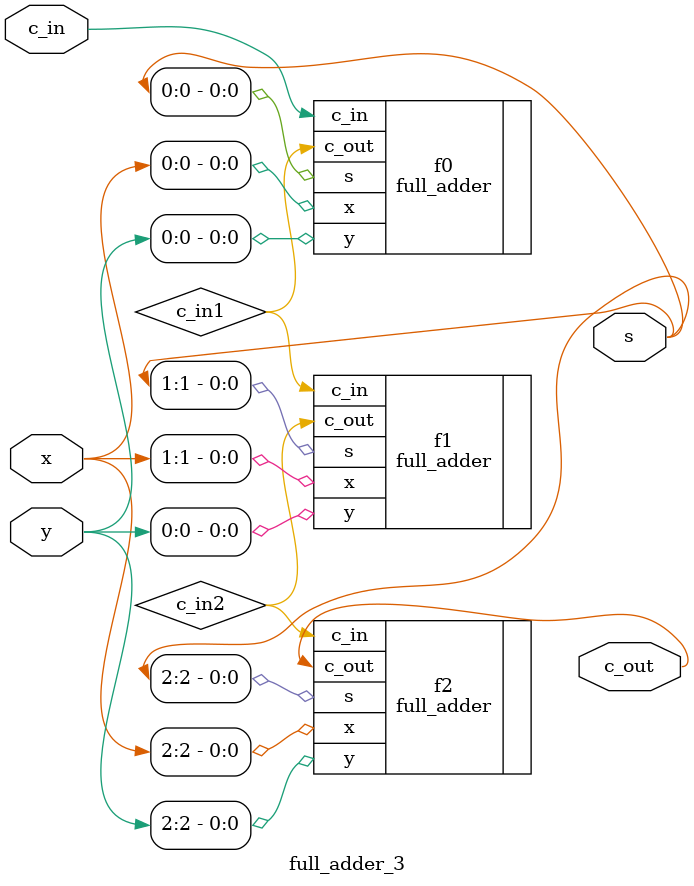
<source format=v>
module full_adder_3(x, y, c_in, s, c_out);
	input[2:0] x, y;
	input c_in;
	output[2:0] s;
	output c_out;

	wire c_in1;
	wire c_in2;

	// sfrutto il full adder già creato
	full_adder f0 (
		.x(x[0]), .y(y[0]), .c_in(c_in),
		.s(s[0]), .c_out(c_in1)
	);
	
	full_adder f1 (
		.x(x[1]), .y(y[0]), .c_in(c_in1),
		.s(s[1]), .c_out(c_in2) 
	);

	full_adder f2 (
		.x(x[2]), .y(y[2]), .c_in(c_in2),
		.s(s[2]), .c_out(c_out)
	);
	
endmodule

</source>
